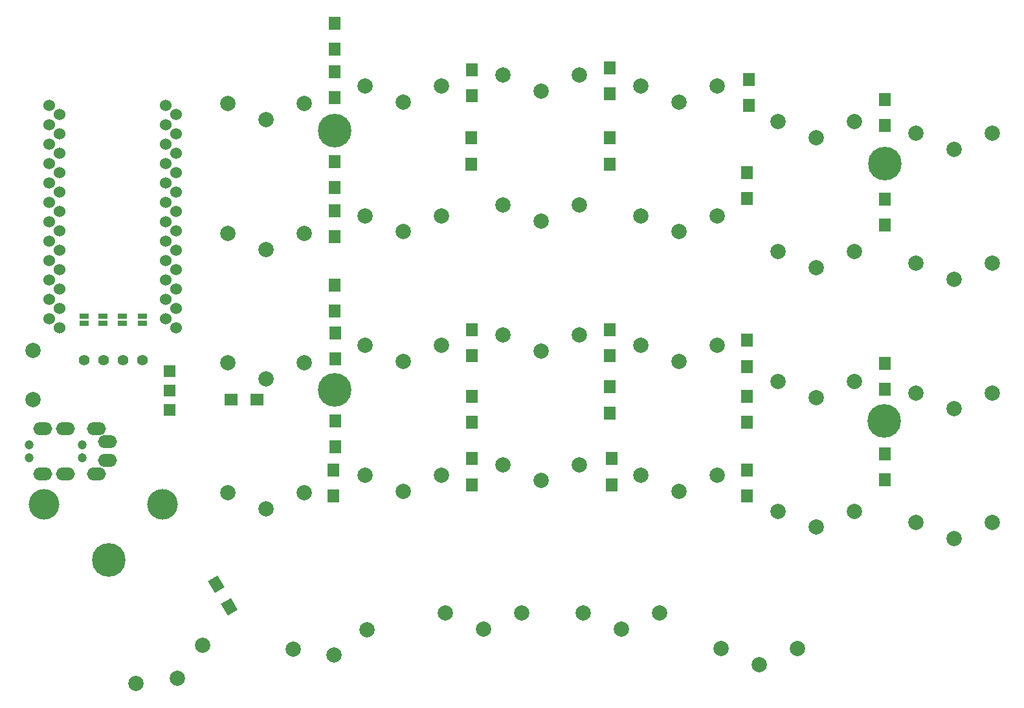
<source format=gbs>
G04 #@! TF.GenerationSoftware,KiCad,Pcbnew,5.1.9*
G04 #@! TF.CreationDate,2021-04-09T21:29:26-07:00*
G04 #@! TF.ProjectId,SofleKeyboard,536f666c-654b-4657-9962-6f6172642e6b,rev?*
G04 #@! TF.SameCoordinates,Original*
G04 #@! TF.FileFunction,Soldermask,Bot*
G04 #@! TF.FilePolarity,Negative*
%FSLAX46Y46*%
G04 Gerber Fmt 4.6, Leading zero omitted, Abs format (unit mm)*
G04 Created by KiCad (PCBNEW 5.1.9) date 2021-04-09 21:29:26*
%MOMM*%
%LPD*%
G01*
G04 APERTURE LIST*
%ADD10C,4.000000*%
%ADD11R,1.143000X0.635000*%
%ADD12C,1.524000*%
%ADD13C,2.000000*%
%ADD14C,1.397000*%
%ADD15R,1.524000X1.524000*%
%ADD16O,2.500000X1.700000*%
%ADD17C,1.200000*%
%ADD18C,0.700000*%
%ADD19C,4.400000*%
%ADD20R,1.500000X1.800000*%
%ADD21C,0.100000*%
%ADD22R,1.800000X1.500000*%
G04 APERTURE END LIST*
D10*
X93756996Y-108698013D03*
X109256996Y-108698013D03*
D11*
X106556996Y-84998393D03*
X106556996Y-83997633D03*
D12*
X109676996Y-56428013D03*
X109676996Y-58968013D03*
X109676996Y-61508013D03*
X109676996Y-64048013D03*
X109676996Y-66588013D03*
X109676996Y-69128013D03*
X109676996Y-71668013D03*
X109676996Y-74208013D03*
X109676996Y-76748013D03*
X109676996Y-79288013D03*
X109676996Y-81828013D03*
X109676996Y-84368013D03*
X94436996Y-84368013D03*
X94436996Y-81828013D03*
X94436996Y-79288013D03*
X94436996Y-76748013D03*
X94436996Y-74208013D03*
X94436996Y-71668013D03*
X94436996Y-69128013D03*
X94436996Y-66588013D03*
X94436996Y-64048013D03*
X94436996Y-61508013D03*
X94436996Y-58968013D03*
X94436996Y-56428013D03*
X110975811Y-67783758D03*
X110975811Y-72863758D03*
X95735811Y-57623758D03*
X110975811Y-60163758D03*
X110975811Y-83023758D03*
X95735811Y-85563758D03*
X110975811Y-75403758D03*
X110975811Y-77943758D03*
X95735811Y-75403758D03*
X95735811Y-80483758D03*
X95735811Y-67783758D03*
X95735811Y-65243758D03*
X95735811Y-60163758D03*
X95735811Y-70323758D03*
X110975811Y-85563758D03*
X95735811Y-77943758D03*
X110975811Y-57623758D03*
X110975811Y-62703758D03*
X95735811Y-83023758D03*
X110975811Y-65243758D03*
X110975811Y-70323758D03*
X95735811Y-72863758D03*
X110975811Y-80483758D03*
X95735811Y-62703758D03*
D13*
X92256996Y-88500000D03*
X92256996Y-95000000D03*
D11*
X103956996Y-84998393D03*
X103956996Y-83997633D03*
D14*
X98956996Y-89798013D03*
X101496996Y-89798013D03*
X104036996Y-89798013D03*
X106576996Y-89798013D03*
D15*
X110156996Y-91198013D03*
X110156996Y-93798013D03*
X110156996Y-96298013D03*
D11*
X98956996Y-84998393D03*
X98956996Y-83997633D03*
X101456996Y-84998393D03*
X101456996Y-83997633D03*
D16*
X102056996Y-102948013D03*
X100556996Y-98748013D03*
X96556996Y-98748013D03*
X93556996Y-98748013D03*
D17*
X98756996Y-100848013D03*
X91756996Y-100848013D03*
D16*
X96556996Y-104698013D03*
X93556996Y-104698013D03*
X102056996Y-100498013D03*
X100556996Y-104698013D03*
D17*
X91756996Y-102598013D03*
X98756996Y-102598013D03*
D13*
X127747000Y-56178100D03*
X122747000Y-58278100D03*
X117747000Y-56178100D03*
D18*
X204823722Y-96581287D03*
X203656996Y-96098013D03*
X202490270Y-96581287D03*
X202006996Y-97748013D03*
X202490270Y-98914739D03*
X203656996Y-99398013D03*
X204823722Y-98914739D03*
X205306996Y-97748013D03*
D19*
X203656996Y-97748013D03*
D18*
X204913722Y-62858386D03*
X203746996Y-62375112D03*
X202580270Y-62858386D03*
X202096996Y-64025112D03*
X202580270Y-65191838D03*
X203746996Y-65675112D03*
X204913722Y-65191838D03*
X205396996Y-64025112D03*
D19*
X203746996Y-64025112D03*
D13*
X127747000Y-90178100D03*
X122747000Y-92278100D03*
X117747000Y-90178100D03*
X163747000Y-103478100D03*
X158747000Y-105578100D03*
X153747000Y-103478100D03*
X217747000Y-77078100D03*
X212747000Y-79178100D03*
X207747000Y-77078100D03*
X199747000Y-109578100D03*
X194747000Y-111678100D03*
X189747000Y-109578100D03*
X181747000Y-53878100D03*
X176747000Y-55978100D03*
X171747000Y-53878100D03*
X199747000Y-92578100D03*
X194747000Y-94678100D03*
X189747000Y-92578100D03*
D18*
X101040266Y-114785996D03*
X100556992Y-115952722D03*
X101040266Y-117119448D03*
X102206992Y-117602722D03*
X103373718Y-117119448D03*
X103856992Y-115952722D03*
X103373718Y-114785996D03*
X102206992Y-114302722D03*
D19*
X102206992Y-115952722D03*
D13*
X145747000Y-87878100D03*
X140747000Y-89978100D03*
X135747000Y-87878100D03*
X181747000Y-70878100D03*
X176747000Y-72978100D03*
X171747000Y-70878100D03*
X145747000Y-70878100D03*
X140747000Y-72978100D03*
X135747000Y-70878100D03*
X181747000Y-104878100D03*
X176747000Y-106978100D03*
X171747000Y-104878100D03*
X217747000Y-94078100D03*
X212747000Y-96178100D03*
X207747000Y-94078100D03*
X163747000Y-86478100D03*
X158747000Y-88578100D03*
X153747000Y-86478100D03*
X163747000Y-69478100D03*
X158747000Y-71578100D03*
X153747000Y-69478100D03*
X199747000Y-75578100D03*
X194747000Y-77678100D03*
X189747000Y-75578100D03*
X145747000Y-53878100D03*
X140747000Y-55978100D03*
X135747000Y-53878100D03*
X114437123Y-127138910D03*
X111156996Y-131457563D03*
X105776869Y-132138910D03*
X192247000Y-127578100D03*
X187247000Y-129678100D03*
X182247000Y-127578100D03*
X217747000Y-60078100D03*
X212747000Y-62178100D03*
X207747000Y-60078100D03*
X217747000Y-111078100D03*
X212747000Y-113178100D03*
X207747000Y-111078100D03*
X181747000Y-87878100D03*
X176747000Y-89978100D03*
X171747000Y-87878100D03*
X145747000Y-104878100D03*
X140747000Y-106978100D03*
X135747000Y-104878100D03*
D18*
X132913722Y-92558387D03*
X131746996Y-92075113D03*
X130580270Y-92558387D03*
X130096996Y-93725113D03*
X130580270Y-94891839D03*
X131746996Y-95375113D03*
X132913722Y-94891839D03*
X133396996Y-93725113D03*
D19*
X131746996Y-93725113D03*
D13*
X127747000Y-107178100D03*
X122747000Y-109278100D03*
X117747000Y-107178100D03*
X199747000Y-58578100D03*
X194747000Y-60678100D03*
X189747000Y-58578100D03*
X135940142Y-125074423D03*
X131654032Y-128396962D03*
X126280883Y-127662613D03*
X156247000Y-122878100D03*
X151247000Y-124978100D03*
X146247000Y-122878100D03*
X174247000Y-122878100D03*
X169247000Y-124978100D03*
X164247000Y-122878100D03*
X127747000Y-73178100D03*
X122747000Y-75278100D03*
X117747000Y-73178100D03*
X163747000Y-52478100D03*
X158747000Y-54578100D03*
X153747000Y-52478100D03*
D18*
X132913722Y-58558387D03*
X131746996Y-58075113D03*
X130580270Y-58558387D03*
X130096996Y-59725113D03*
X130580270Y-60891839D03*
X131746996Y-61375113D03*
X132913722Y-60891839D03*
X133396996Y-59725113D03*
D19*
X131746996Y-59725113D03*
D20*
X167956992Y-102702722D03*
X167956992Y-106102722D03*
X149706992Y-102702722D03*
X149706992Y-106102722D03*
X131606992Y-104152722D03*
X131606992Y-107552722D03*
D21*
G36*
X116857477Y-121688076D02*
G01*
X118156515Y-120938076D01*
X119056515Y-122496922D01*
X117757477Y-123246922D01*
X116857477Y-121688076D01*
G37*
G36*
X115157477Y-118743590D02*
G01*
X116456515Y-117993590D01*
X117356515Y-119552436D01*
X116057477Y-120302436D01*
X115157477Y-118743590D01*
G37*
D20*
X203706992Y-105452722D03*
X203706992Y-102052722D03*
X185706992Y-97902722D03*
X185706992Y-94502722D03*
X167706992Y-96702722D03*
X167706992Y-93302722D03*
X149706992Y-97902722D03*
X149706992Y-94502722D03*
X131806992Y-101152722D03*
X131806992Y-97752722D03*
D22*
X121606992Y-94952722D03*
X118206992Y-94952722D03*
D20*
X203706992Y-90202722D03*
X203706992Y-93602722D03*
X185706992Y-87202722D03*
X185706992Y-90602722D03*
X167706992Y-85802722D03*
X167706992Y-89202722D03*
X149706992Y-85802722D03*
X149706992Y-89202722D03*
X131706992Y-79952722D03*
X131706992Y-83352722D03*
X131806992Y-86252722D03*
X131806992Y-89652722D03*
X203706992Y-72102722D03*
X203706992Y-68702722D03*
X185706992Y-68602722D03*
X185706992Y-65202722D03*
X167706992Y-64102722D03*
X167706992Y-60702722D03*
X149600000Y-64102722D03*
X149600000Y-60702722D03*
X131706992Y-73602722D03*
X131706992Y-70202722D03*
X131706992Y-67202722D03*
X131706992Y-63802722D03*
X203731992Y-55702722D03*
X203731992Y-59102722D03*
X185956992Y-53052722D03*
X185956992Y-56452722D03*
X167706992Y-51552722D03*
X167706992Y-54952722D03*
X149706992Y-51802722D03*
X149706992Y-55202722D03*
X131706992Y-52052722D03*
X131706992Y-55452722D03*
X131706992Y-45702722D03*
X131706992Y-49102722D03*
X185706992Y-104202722D03*
X185706992Y-107602722D03*
M02*

</source>
